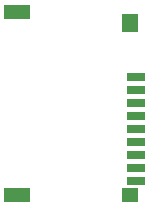
<source format=gbr>
G04 #@! TF.GenerationSoftware,KiCad,Pcbnew,5.1.5+dfsg1-2build2*
G04 #@! TF.CreationDate,2023-12-23T23:04:05+00:00*
G04 #@! TF.ProjectId,small_esc,736d616c-6c5f-4657-9363-2e6b69636164,rev?*
G04 #@! TF.SameCoordinates,Original*
G04 #@! TF.FileFunction,Paste,Bot*
G04 #@! TF.FilePolarity,Positive*
%FSLAX46Y46*%
G04 Gerber Fmt 4.6, Leading zero omitted, Abs format (unit mm)*
G04 Created by KiCad (PCBNEW 5.1.5+dfsg1-2build2) date 2023-12-23 23:04:05*
%MOMM*%
%LPD*%
G04 APERTURE LIST*
%ADD10R,2.200000X1.200000*%
%ADD11R,1.400000X1.600000*%
%ADD12R,1.400000X1.200000*%
%ADD13R,1.600000X0.700000*%
G04 APERTURE END LIST*
D10*
X112160000Y-146555000D03*
X112160000Y-162055000D03*
D11*
X121760000Y-147455000D03*
D12*
X121760000Y-162055000D03*
D13*
X122260000Y-160905000D03*
X122260000Y-158705000D03*
X122260000Y-159805000D03*
X122260000Y-157605000D03*
X122260000Y-156505000D03*
X122260000Y-155405000D03*
X122260000Y-152105000D03*
X122260000Y-153205000D03*
X122260000Y-154305000D03*
M02*

</source>
